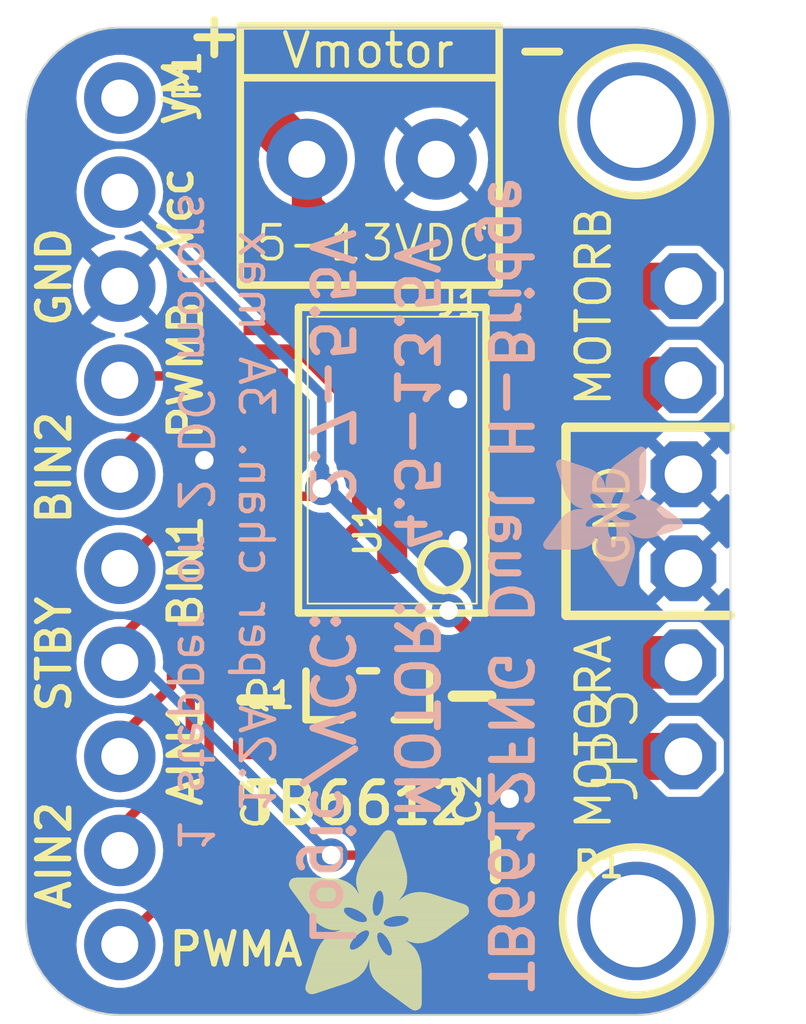
<source format=kicad_pcb>
(kicad_pcb (version 20221018) (generator pcbnew)
  (layers (0 "F.Cu" signal) (31 "B.Cu" signal) (34 "B.Paste" user) (35 "F.Paste" user) (36 "B.SilkS" user "B.Silkscreen") (37 "F.SilkS" user "F.Silkscreen") (38 "B.Mask" user) (39 "F.Mask" user) (44 "Edge.Cuts" user))
  (net 0 "")
  (net 1 "PWRIN")
  (net 2 "VMOTOR")
  (net 3 "VCC")
  (net 4 "AIN1")
  (net 5 "AIN2")
  (net 6 "PWMA")
  (net 7 "STBY")
  (net 8 "BIN1")
  (net 9 "BIN2")
  (net 10 "PWMB")
  (net 11 "MA1")
  (net 12 "MA2")
  (net 13 "MB1")
  (net 14 "MB2")
  (net 15 "GND")
  (footprint "working:FIDUCIAL_1MM" (layer "F.Cu") (at 144.9261 114.7436)
    (fp_text reference "FID1" hide)
    (fp_text value "FIDUCIAL\"\"" hide)
    (pad "1" smd roundrect (at 0 0) (size 1 1) (layers "F.Cu" "F.Mask") (roundrect_rratio 0.5))
  )
  (footprint "working:MOUNTINGHOLE_2.5_PLATED" (layer "F.Cu") (at 155.4861 115.7986)
    (fp_text reference "U$14" hide)
    (fp_text value "MOUNTINGHOLE2.5" hide)
    (pad "P$1" thru_hole circle (at 0 0) (size 3.2 3.2) (drill 2.5) (layers "*.Cu" "*.Mask"))
    (zone (net 0) (net_name "") (layer "B.Cu") (connect_pads (clearance 0)) (min_thickness 0.25)
      (keepout (tracks not_allowed) (vias not_allowed) (pads not_allowed) (copperpour not_allowed) (footprints allowed))
      (fill (thermal_gap 0.5) (thermal_bridge_width 0.5))
      (polygon (pts (xy 157.5021 115.7986) (xy 157.48248 115.518027) (xy 157.424004 115.242915) (xy 157.327808 114.978619) (xy 157.195765 114.730283) (xy 157.030446 114.50274) (xy 156.835067 114.30042) (xy 156.613433 114.12726) (xy 156.369856 113.986631) (xy 156.109078 113.88127) (xy 155.836175 113.813228) (xy 155.556457 113.783828) (xy 155.275371 113.793644) (xy 154.998385 113.842484) (xy 154.730893 113.929397) (xy 154.4781 114.052693) (xy 154.244926 114.20997) (xy 154.035911 114.398169) (xy 153.855122 114.613625) (xy 153.706078 114.852145) (xy 153.59168 115.109087) (xy 153.514154 115.37945) (xy 153.475011 115.657971) (xy 153.475011 115.939229) (xy 153.514154 116.21775) (xy 153.59168 116.488113) (xy 153.706078 116.745055) (xy 153.855122 116.983575) (xy 154.035911 117.199031) (xy 154.244926 117.38723) (xy 154.4781 117.544507) (xy 154.730893 117.667803) (xy 154.998385 117.754716) (xy 155.275371 117.803556) (xy 155.556457 117.813372) (xy 155.836175 117.783972) (xy 156.109078 117.71593) (xy 156.369856 117.610569) (xy 156.613433 117.46994) (xy 156.835067 117.29678) (xy 157.030446 117.09446) (xy 157.195765 116.866917) (xy 157.327808 116.618581) (xy 157.424004 116.354285) (xy 157.48248 116.079173)))
      (polygon (pts (xy 155.4701 115.7986) (xy 155.474786 115.809914) (xy 155.4861 115.8146) (xy 155.497414 115.809914) (xy 155.5021 115.7986) (xy 155.497414 115.787286) (xy 155.4861 115.7826) (xy 155.474786 115.787286)))
    )
  )
  (footprint "working:0805-NO" (layer "F.Cu") (at 151.0411 109.7266 -90)
    (fp_text reference "C2" (at 2.032 0.127 90) (layer "F.SilkS") (effects (font (size 0.692831 0.692831) (thickness 0.119969)) (justify right)))
    (fp_text value "10µF")
    (pad "1" smd rect (at -0.95 0 270) (size 1.3 1.5) (layers "F.Cu" "F.Paste" "F.Mask") (net 3 "VCC"))
    (pad "2" smd rect (at 0.95 0 270) (size 1.3 1.5) (layers "F.Cu" "F.Paste" "F.Mask") (net 15 "GND"))
  )
  (footprint "working:1X10_ROUND_76" (layer "F.Cu") (at 141.5161 105.0036 -90)
    (fp_text reference "JP1" (at -12.7762 -1.8288 90) (layer "F.SilkS") (effects (font (size 0.692831 0.692831) (thickness 0.119969)) (justify right)))
    (fp_text value "")
    (pad "1" thru_hole circle (at -11.43 0) (size 1.9304 1.9304) (drill 1) (layers "*.Cu" "*.Mask") (net 1 "PWRIN"))
    (pad "2" thru_hole circle (at -8.89 0) (size 1.9304 1.9304) (drill 1) (layers "*.Cu" "*.Mask") (net 3 "VCC"))
    (pad "3" thru_hole circle (at -6.35 0) (size 1.9304 1.9304) (drill 1) (layers "*.Cu" "*.Mask") (net 15 "GND"))
    (pad "4" thru_hole circle (at -3.81 0) (size 1.9304 1.9304) (drill 1) (layers "*.Cu" "*.Mask") (net 10 "PWMB"))
    (pad "5" thru_hole circle (at -1.27 0) (size 1.9304 1.9304) (drill 1) (layers "*.Cu" "*.Mask") (net 9 "BIN2"))
    (pad "6" thru_hole circle (at 1.27 0) (size 1.9304 1.9304) (drill 1) (layers "*.Cu" "*.Mask") (net 8 "BIN1"))
    (pad "7" thru_hole circle (at 3.81 0) (size 1.9304 1.9304) (drill 1) (layers "*.Cu" "*.Mask") (net 7 "STBY"))
    (pad "8" thru_hole circle (at 6.35 0) (size 1.9304 1.9304) (drill 1) (layers "*.Cu" "*.Mask") (net 4 "AIN1"))
    (pad "9" thru_hole circle (at 8.89 0) (size 1.9304 1.9304) (drill 1) (layers "*.Cu" "*.Mask") (net 5 "AIN2"))
    (pad "10" thru_hole circle (at 11.43 0) (size 1.9304 1.9304) (drill 1) (layers "*.Cu" "*.Mask") (net 6 "PWMA"))
  )
  (footprint "working:TERMBLOCK_1X2-3.5MM" (layer "F.Cu") (at 148.3741 95.2246 180)
    (fp_text reference "J1" (at -3 -3.89) (layer "F.SilkS") (effects (font (size 0.692831 0.692831) (thickness 0.119969)) (justify right)))
    (fp_text value "VMOTORIN")
    (pad "1" thru_hole circle (at 1.8 0 180) (size 2.1844 2.1844) (drill 1) (layers "*.Cu" "*.Mask") (net 1 "PWRIN"))
    (pad "2" thru_hole circle (at -1.7 0 180) (size 2.1844 2.1844) (drill 1) (layers "*.Cu" "*.Mask") (net 15 "GND"))
  )
  (footprint "working:SOT23-WIDE" (layer "F.Cu") (at 148.2231 109.7026 180)
    (fp_text reference "Q1" (at 1.905 0) (layer "F.SilkS") (effects (font (size 0.692831 0.692831) (thickness 0.119969)) (justify right)))
    (fp_text value "DMG3415")
    (pad "1" smd rect (at -0.95 1 180) (size 1 1.2) (layers "F.Cu" "F.Paste" "F.Mask") (net 15 "GND"))
    (pad "2" smd rect (at 0.95 1 180) (size 1 1.2) (layers "F.Cu" "F.Paste" "F.Mask") (net 2 "VMOTOR"))
    (pad "3" smd rect (at 0 -1 180) (size 1 1.2) (layers "F.Cu" "F.Paste" "F.Mask") (net 1 "PWRIN"))
  )
  (footprint "working:SSOP24" (layer "F.Cu") (at 148.8821 103.3526 90)
    (fp_text reference "U1" (at -2.667 -0.6604 90) (layer "F.SilkS") (effects (font (size 0.692831 0.692831) (thickness 0.119969)) (justify left)))
    (fp_text value "TB6612 SSOP")
    (pad "1" smd rect (at -3.575 3.42 90) (size 0.4 1.2) (layers "F.Cu" "F.Paste" "F.Mask") (net 11 "MA1"))
    (pad "2" smd rect (at -2.925 3.42 90) (size 0.4 1.2) (layers "F.Cu" "F.Paste" "F.Mask") (net 11 "MA1"))
    (pad "3" smd rect (at -2.275 3.42 90) (size 0.4 1.2) (layers "F.Cu" "F.Paste" "F.Mask") (net 15 "GND"))
    (pad "4" smd rect (at -1.625 3.42 90) (size 0.4 1.2) (layers "F.Cu" "F.Paste" "F.Mask") (net 15 "GND"))
    (pad "5" smd rect (at -0.975 3.42 90) (size 0.4 1.2) (layers "F.Cu" "F.Paste" "F.Mask") (net 12 "MA2"))
    (pad "6" smd rect (at -0.325 3.42 90) (size 0.4 1.2) (layers "F.Cu" "F.Paste" "F.Mask") (net 12 "MA2"))
    (pad "7" smd rect (at 0.325 3.42 90) (size 0.4 1.2) (layers "F.Cu" "F.Paste" "F.Mask") (net 14 "MB2"))
    (pad "8" smd rect (at 0.975 3.42 90) (size 0.4 1.2) (layers "F.Cu" "F.Paste" "F.Mask") (net 14 "MB2"))
    (pad "9" smd rect (at 1.625 3.42 90) (size 0.4 1.2) (layers "F.Cu" "F.Paste" "F.Mask") (net 15 "GND"))
    (pad "10" smd rect (at 2.275 3.42 90) (size 0.4 1.2) (layers "F.Cu" "F.Paste" "F.Mask") (net 15 "GND"))
    (pad "11" smd rect (at 2.925 3.42 90) (size 0.4 1.2) (layers "F.Cu" "F.Paste" "F.Mask") (net 13 "MB1"))
    (pad "12" smd rect (at 3.575 3.42 90) (size 0.4 1.2) (layers "F.Cu" "F.Paste" "F.Mask") (net 13 "MB1"))
    (pad "13" smd rect (at 3.575 -3.42 90) (size 0.4 1.2) (layers "F.Cu" "F.Paste" "F.Mask") (net 2 "VMOTOR"))
    (pad "14" smd rect (at 2.925 -3.42 90) (size 0.4 1.2) (layers "F.Cu" "F.Paste" "F.Mask") (net 2 "VMOTOR"))
    (pad "15" smd rect (at 2.275 -3.42 90) (size 0.4 1.2) (layers "F.Cu" "F.Paste" "F.Mask") (net 10 "PWMB"))
    (pad "16" smd rect (at 1.625 -3.42 90) (size 0.4 1.2) (layers "F.Cu" "F.Paste" "F.Mask") (net 9 "BIN2"))
    (pad "17" smd rect (at 0.975 -3.42 90) (size 0.4 1.2) (layers "F.Cu" "F.Paste" "F.Mask") (net 8 "BIN1"))
    (pad "18" smd rect (at 0.325 -3.42 90) (size 0.4 1.2) (layers "F.Cu" "F.Paste" "F.Mask") (net 15 "GND"))
    (pad "19" smd rect (at -0.325 -3.42 90) (size 0.4 1.2) (layers "F.Cu" "F.Paste" "F.Mask") (net 7 "STBY"))
    (pad "20" smd rect (at -0.975 -3.42 90) (size 0.4 1.2) (layers "F.Cu" "F.Paste" "F.Mask") (net 3 "VCC"))
    (pad "21" smd rect (at -1.625 -3.42 90) (size 0.4 1.2) (layers "F.Cu" "F.Paste" "F.Mask") (net 4 "AIN1"))
    (pad "22" smd rect (at -2.275 -3.42 90) (size 0.4 1.2) (layers "F.Cu" "F.Paste" "F.Mask") (net 5 "AIN2"))
    (pad "23" smd rect (at -2.925 -3.42 90) (size 0.4 1.2) (layers "F.Cu" "F.Paste" "F.Mask") (net 6 "PWMA"))
    (pad "24" smd rect (at -3.575 -3.42 90) (size 0.4 1.2) (layers "F.Cu" "F.Paste" "F.Mask") (net 2 "VMOTOR"))
  )
  (footprint "working:MOUNTINGHOLE_2.5_PLATED" (layer "F.Cu") (at 155.4861 94.2086)
    (fp_text reference "U$13" hide)
    (fp_text value "MOUNTINGHOLE2.5" hide)
    (pad "P$1" thru_hole circle (at 0 0) (size 3.2 3.2) (drill 2.5) (layers "*.Cu" "*.Mask"))
    (zone (net 0) (net_name "") (layer "B.Cu") (connect_pads (clearance 0)) (min_thickness 0.25)
      (keepout (tracks not_allowed) (vias not_allowed) (pads not_allowed) (copperpour not_allowed) (footprints allowed))
      (fill (thermal_gap 0.5) (thermal_bridge_width 0.5))
      (polygon (pts (xy 157.5021 94.2086) (xy 157.48248 93.928027) (xy 157.424004 93.652915) (xy 157.327808 93.388619) (xy 157.195765 93.140283) (xy 157.030446 92.91274) (xy 156.835067 92.71042) (xy 156.613433 92.53726) (xy 156.369856 92.396631) (xy 156.109078 92.29127) (xy 155.836175 92.223228) (xy 155.556457 92.193828) (xy 155.275371 92.203644) (xy 154.998385 92.252484) (xy 154.730893 92.339397) (xy 154.4781 92.462693) (xy 154.244926 92.61997) (xy 154.035911 92.808169) (xy 153.855122 93.023625) (xy 153.706078 93.262145) (xy 153.59168 93.519087) (xy 153.514154 93.78945) (xy 153.475011 94.067971) (xy 153.475011 94.349229) (xy 153.514154 94.62775) (xy 153.59168 94.898113) (xy 153.706078 95.155055) (xy 153.855122 95.393575) (xy 154.035911 95.609031) (xy 154.244926 95.79723) (xy 154.4781 95.954507) (xy 154.730893 96.077803) (xy 154.998385 96.164716) (xy 155.275371 96.213556) (xy 155.556457 96.223372) (xy 155.836175 96.193972) (xy 156.109078 96.12593) (xy 156.369856 96.020569) (xy 156.613433 95.87994) (xy 156.835067 95.70678) (xy 157.030446 95.50446) (xy 157.195765 95.276917) (xy 157.327808 95.028581) (xy 157.424004 94.764285) (xy 157.48248 94.489173)))
      (polygon (pts (xy 155.4701 94.2086) (xy 155.474786 94.219914) (xy 155.4861 94.2246) (xy 155.497414 94.219914) (xy 155.5021 94.2086) (xy 155.497414 94.197286) (xy 155.4861 94.1926) (xy 155.474786 94.197286)))
    )
  )
  (footprint "working:ADAFRUIT_5MM" (layer "F.Cu") (at 146.0881 118.2116)
    (fp_text reference "U$15" hide)
    (fp_text value "" hide)
  )
  (footprint "working:0805-NO" (layer "F.Cu") (at 151.6761 114.1476)
    (fp_text reference "R1" (at 2.032 0.127) (layer "F.SilkS") (effects (font (size 0.692831 0.692831) (thickness 0.119969)) (justify left)))
    (fp_text value "10K")
    (pad "1" smd rect (at -0.95 0) (size 1.3 1.5) (layers "F.Cu" "F.Paste" "F.Mask") (net 7 "STBY"))
    (pad "2" smd rect (at 0.95 0) (size 1.3 1.5) (layers "F.Cu" "F.Paste" "F.Mask") (net 3 "VCC"))
  )
  (footprint "working:1X06-CLEANBIG" (layer "F.Cu") (at 156.7561 105.0036 90)
    (fp_text reference "JP3" (at -7.6962 -1.8288 90) (layer "F.SilkS") (effects (font (size 1.1557 1.1557) (thickness 0.1143)) (justify left)))
    (fp_text value "")
    (pad "1" thru_hole roundrect (at -6.35 0 180) (size 1.778 1.778) (drill 1.016) (layers "*.Cu" "*.Mask") (chamfer_ratio 0.2928932188) (chamfer top_left top_right bottom_left bottom_right) (net 11 "MA1"))
    (pad "2" thru_hole roundrect (at -3.81 0 180) (size 1.778 1.778) (drill 1.016) (layers "*.Cu" "*.Mask") (chamfer_ratio 0.2928932188) (chamfer top_left top_right bottom_left bottom_right) (net 12 "MA2"))
    (pad "3" thru_hole roundrect (at -1.27 0 180) (size 1.778 1.778) (drill 1.016) (layers "*.Cu" "*.Mask") (chamfer_ratio 0.2928932188) (chamfer top_left top_right bottom_left bottom_right) (net 15 "GND"))
    (pad "4" thru_hole roundrect (at 1.27 0 180) (size 1.778 1.778) (drill 1.016) (layers "*.Cu" "*.Mask") (chamfer_ratio 0.2928932188) (chamfer top_left top_right bottom_left bottom_right) (net 15 "GND"))
    (pad "5" thru_hole roundrect (at 3.81 0 180) (size 1.778 1.778) (drill 1.016) (layers "*.Cu" "*.Mask") (chamfer_ratio 0.2928932188) (chamfer top_left top_right bottom_left bottom_right) (net 14 "MB2"))
    (pad "6" thru_hole roundrect (at 6.35 0 180) (size 1.778 1.778) (drill 1.016) (layers "*.Cu" "*.Mask") (chamfer_ratio 0.2928932188) (chamfer top_left top_right bottom_left bottom_right) (net 13 "MB1"))
  )
  (footprint "working:FIDUCIAL_1MM" (layer "F.Cu") (at 152.9571 96.1646)
    (fp_text reference "FID2" hide)
    (fp_text value "FIDUCIAL\"\"" hide)
    (pad "1" smd roundrect (at 0 0) (size 1 1) (layers "F.Cu" "F.Mask") (roundrect_rratio 0.5))
  )
  (footprint "working:0805-NO" (layer "F.Cu") (at 145.3261 109.8296 -90)
    (fp_text reference "C3" (at 2.032 0.127 90) (layer "F.SilkS") (effects (font (size 0.692831 0.692831) (thickness 0.119969)) (justify right)))
    (fp_text value "10µF")
    (pad "1" smd rect (at -0.95 0 270) (size 1.3 1.5) (layers "F.Cu" "F.Paste" "F.Mask") (net 2 "VMOTOR"))
    (pad "2" smd rect (at 0.95 0 270) (size 1.3 1.5) (layers "F.Cu" "F.Paste" "F.Mask") (net 15 "GND"))
  )
  (footprint "working:ADAFRUIT_3.5MM" (layer "B.Cu") (at 152.9461 102.9716)
    (fp_text reference "U$11" hide)
    (fp_text value "" hide)
  )
  (gr_line (start 158.0261 102.4636) (end 153.5811 102.4636) (stroke (width 0.254)) (layer "F.SilkS"))
  (gr_line (start 153.5811 107.5436) (end 158.0261 107.5436) (stroke (width 0.254)) (layer "F.SilkS"))
  (gr_line (start 153.5811 102.4636) (end 153.5811 107.5436) (stroke (width 0.254)) (layer "F.SilkS"))
  (gr_line (start 155.4861 118.3386) (end 141.5161 118.3386) (stroke (width 0.05)) (layer "Edge.Cuts"))
  (gr_line (start 158.0261 94.2086) (end 158.0261 115.7986) (stroke (width 0.05)) (layer "Edge.Cuts"))
  (gr_arc (start 138.9761 94.2086) (mid 139.720049 92.412549) (end 141.5161 91.6686) (stroke (width 0.05)) (layer "Edge.Cuts"))
  (gr_arc (start 141.5161 118.3386) (mid 139.720049 117.594651) (end 138.9761 115.7986) (stroke (width 0.05)) (layer "Edge.Cuts"))
  (gr_line (start 141.5161 91.6686) (end 155.4861 91.6686) (stroke (width 0.05)) (layer "Edge.Cuts"))
  (gr_arc (start 158.0261 115.7986) (mid 157.282151 117.594651) (end 155.4861 118.3386) (stroke (width 0.05)) (layer "Edge.Cuts"))
  (gr_arc (start 155.4861 91.6686) (mid 157.282151 92.412549) (end 158.0261 94.2086) (stroke (width 0.05)) (layer "Edge.Cuts"))
  (gr_line (start 138.9761 115.7986) (end 138.9761 94.2086) (stroke (width 0.05)) (layer "Edge.Cuts"))
  (gr_text "1 stepper or 2 DC motors" (at 143.5481 105.0036 -90) (layer "B.SilkS") (effects (font (size 0.89408 0.89408) (thickness 0.12192)) (justify mirror)))
  (gr_text "MOTOR:" (at 148.8821 113.1416 -90) (layer "B.SilkS") (effects (font (size 1.0795 1.0795) (thickness 0.1905)) (justify left bottom mirror)))
  (gr_text "1.2A per chan. 3A max" (at 145.1991 105.0036 -90) (layer "B.SilkS") (effects (font (size 0.89408 0.89408) (thickness 0.12192)) (justify mirror)))
  (gr_text "2.7-5.5V" (at 146.5961 104.6606 -90) (layer "B.SilkS") (effects (font (size 1.0795 1.0795) (thickness 0.1905)) (justify left bottom mirror)))
  (gr_text "TB6612FNG Dual H-Bridge" (at 151.4221 117.8306 -90) (layer "B.SilkS") (effects (font (size 1.0795 1.0795) (thickness 0.1905)) (justify left bottom mirror)))
  (gr_text "Logic/VCC:" (at 146.5961 116.5706 -90) (layer "B.SilkS") (effects (font (size 1.0795 1.0795) (thickness 0.1905)) (justify left bottom mirror)))
  (gr_text "4.5-13.5V" (at 148.8821 105.9306 -90) (layer "B.SilkS") (effects (font (size 1.0795 1.0795) (thickness 0.1905)) (justify left bottom mirror)))
  (gr_text "5-13VDC" (at 145.1261 98.0266) (layer "F.SilkS") (effects (font (size 0.9144 0.9144) (thickness 0.1016)) (justify left bottom)))
  (gr_text "Vmotor" (at 145.8261 92.8116) (layer "F.SilkS") (effects (font (size 0.89408 0.89408) (thickness 0.12192)) (justify left bottom)))
  (gr_text "GND" (at 140.2461 99.8206 90) (layer "F.SilkS") (effects (font (size 0.8636 0.8636) (thickness 0.1524)) (justify left bottom)))
  (gr_text "-" (at 152.0491 92.9386) (layer "F.SilkS") (effects (font (size 1.20904 1.20904) (thickness 0.21336)) (justify left bottom)))
  (gr_text "BIN1" (at 143.8021 107.9486 90) (layer "F.SilkS") (effects (font (size 0.8636 0.8636) (thickness 0.1524)) (justify left bottom)))
  (gr_text "AIN1" (at 143.8021 112.7746 90) (layer "F.SilkS") (effects (font (size 0.8636 0.8636) (thickness 0.1524)) (justify left bottom)))
  (gr_text "Vcc" (at 143.5481 97.7886 90) (layer "F.SilkS") (effects (font (size 0.8636 0.8636) (thickness 0.1524)) (justify left bottom)))
  (gr_text "TB6612" (at 144.8181 113.2586) (layer "F.SilkS") (effects (font (size 1.0795 1.0795) (thickness 0.1905)) (justify left bottom)))
  (gr_text "AIN2" (at 140.2461 115.5686 90) (layer "F.SilkS") (effects (font (size 0.8636 0.8636) (thickness 0.1524)) (justify left bottom)))
  (gr_text "MOTORB" (at 154.8511 101.9636 90) (layer "F.SilkS") (effects (font (size 0.89408 0.89408) (thickness 0.12192)) (justify left bottom)))
  (gr_text "PWMB" (at 143.8021 102.8686 90) (layer "F.SilkS") (effects (font (size 0.8636 0.8636) (thickness 0.1524)) (justify left bottom)))
  (gr_text "MOTORA" (at 154.8511 113.3936 90) (layer "F.SilkS") (effects (font (size 0.89408 0.89408) (thickness 0.12192)) (justify left bottom)))
  (gr_text "GND" (at 155.3591 106.2816 90) (layer "F.SilkS") (effects (font (size 0.89408 0.89408) (thickness 0.12192)) (justify left bottom)))
  (gr_text "VM" (at 143.6751 94.3596 90) (layer "F.SilkS") (effects (font (size 0.8636 0.8636) (thickness 0.1524)) (justify left bottom)))
  (gr_text "STBY" (at 140.2461 110.2346 90) (layer "F.SilkS") (effects (font (size 0.8636 0.8636) (thickness 0.1524)) (justify left bottom)))
  (gr_text "BIN2" (at 140.2461 105.1546 90) (layer "F.SilkS") (effects (font (size 0.8636 0.8636) (thickness 0.1524)) (justify left bottom)))
  (gr_text "PWMA" (at 142.7701 117.0686) (layer "F.SilkS") (effects (font (size 0.8636 0.8636) (thickness 0.1524)) (justify left bottom)))
  (gr_text "+" (at 144.6911 92.8196 90) (layer "F.SilkS") (effects (font (size 1.20904 1.20904) (thickness 0.21336)) (justify left bottom)))
  (segment (start 148.8821 98.7806) (end 146.5741 96.4726) (width 0.8128) (layer "F.Cu") (net 1))
  (segment (start 148.2231 106.6786) (end 148.2231 110.7026) (width 0.4064) (layer "F.Cu") (net 1))
  (segment (start 144.9231 93.5736) (end 146.5741 95.2246) (width 1.27) (layer "F.Cu") (net 1))
  (segment (start 148.8821 106.0196) (end 148.2231 106.6786) (width 0.4064) (layer "F.Cu") (net 1))
  (segment (start 148.8821 106.0196) (end 148.8821 98.7806) (width 0.8128) (layer "F.Cu") (net 1))
  (segment (start 146.5741 96.4726) (end 146.5741 95.2246) (width 0.8128) (layer "F.Cu") (net 1))
  (segment (start 145.4621 106.9276) (end 146.1961 106.9276) (width 0.4064) (layer "F.Cu") (net 2))
  (segment (start 145.3261 108.8796) (end 145.5031 108.7026) (width 0.4064) (layer "F.Cu") (net 2))
  (segment (start 147.9931 101.9556) (end 146.4691 100.4316) (width 0.4064) (layer "F.Cu") (net 2))
  (segment (start 145.2081 100.4316) (end 145.4621 100.4276) (width 0.4064) (layer "F.Cu") (net 2))
  (segment (start 146.1961 106.9276) (end 147.9931 105.1306) (width 0.4064) (layer "F.Cu") (net 2))
  (segment (start 145.4621 99.7776) (end 146.4691 99.7776) (width 0.4064) (layer "F.Cu") (net 2))
  (segment (start 145.4621 106.9276) (end 145.3261 107.0636) (width 0.4064) (layer "F.Cu") (net 2))
  (segment (start 146.4691 100.4316) (end 145.2081 100.4316) (width 0.4064) (layer "F.Cu") (net 2))
  (segment (start 146.4691 99.7776) (end 146.4691 100.4316) (width 0.4064) (layer "F.Cu") (net 2))
  (segment (start 145.5031 108.7026) (end 147.2731 108.7026) (width 0.4064) (layer "F.Cu") (net 2))
  (segment (start 145.3261 107.0636) (end 145.3261 108.8796) (width 0.4064) (layer "F.Cu") (net 2))
  (segment (start 147.9931 105.1306) (end 147.9931 101.9556) (width 0.4064) (layer "F.Cu") (net 2))
  (segment (start 151.0411 108.7766) (end 151.0411 108.0516) (width 0.4064) (layer "F.Cu") (net 3))
  (segment (start 151.3851 108.7766) (end 152.5651 109.9566) (width 0.254) (layer "F.Cu") (net 3))
  (segment (start 151.0411 108.7766) (end 151.3851 108.7766) (width 0.254) (layer "F.Cu") (net 3))
  (segment (start 151.0411 108.0516) (end 150.4061 107.4166) (width 0.4064) (layer "F.Cu") (net 3))
  (segment (start 153.2001 113.5736) (end 152.6261 114.1476) (width 0.254) (layer "F.Cu") (net 3))
  (segment (start 146.9771 104.1146) (end 146.7641 104.3276) (width 0.254) (layer "F.Cu") (net 3))
  (segment (start 152.5651 109.9566) (end 152.5651 111.2266) (width 0.254) (layer "F.Cu") (net 3))
  (segment (start 146.7641 104.3276) (end 145.4621 104.3276) (width 0.254) (layer "F.Cu") (net 3))
  (segment (start 152.5651 111.2266) (end 153.2001 111.8616) (width 0.254) (layer "F.Cu") (net 3))
  (segment (start 153.2001 111.8616) (end 153.2001 113.5736) (width 0.254) (layer "F.Cu") (net 3))
  (via (at 150.4061 107.4166) (size 0.9064) (drill 0.5) (layers "F.Cu" "B.Cu") (net 3))
  (via (at 146.9771 104.1146) (size 0.9064) (drill 0.5) (layers "F.Cu" "B.Cu") (net 3))
  (segment (start 146.9771 101.5746) (end 146.9771 103.6066) (width 0.254) (layer "B.Cu") (net 3))
  (segment (start 141.5161 96.1136) (end 146.9771 101.5746) (width 0.254) (layer "B.Cu") (net 3))
  (segment (start 146.9771 103.9876) (end 146.9771 103.6066) (width 0.4064) (layer "B.Cu") (net 3))
  (segment (start 150.4061 107.4166) (end 146.9771 103.9876) (width 0.4064) (layer "B.Cu") (net 3))
  (segment (start 146.9771 103.6066) (end 146.9771 104.1146) (width 0.254) (layer "B.Cu") (net 3))
  (segment (start 143.4211 105.8926) (end 143.4211 107.0356) (width 0.254) (layer "F.Cu") (net 4))
  (segment (start 145.4621 104.9776) (end 144.3361 104.9776) (width 0.254) (layer "F.Cu") (net 4))
  (segment (start 142.9131 109.4486) (end 141.5161 110.8456) (width 0.254) (layer "F.Cu") (net 4))
  (segment (start 142.9131 107.5436) (end 142.9131 109.4486) (width 0.254) (layer "F.Cu") (net 4))
  (segment (start 141.5161 110.8456) (end 141.5161 111.3536) (width 0.254) (layer "F.Cu") (net 4))
  (segment (start 143.4211 107.0356) (end 142.9131 107.5436) (width 0.254) (layer "F.Cu") (net 4))
  (segment (start 144.3361 104.9776) (end 143.4211 105.8926) (width 0.254) (layer "F.Cu") (net 4))
  (segment (start 143.9291 106.2736) (end 143.9291 107.2896) (width 0.254) (layer "F.Cu") (net 5))
  (segment (start 145.4621 105.6276) (end 144.5751 105.6276) (width 0.254) (layer "F.Cu") (net 5))
  (segment (start 143.9291 107.2896) (end 143.4211 107.7976) (width 0.254) (layer "F.Cu") (net 5))
  (segment (start 143.4211 107.7976) (end 143.4211 111.3536) (width 0.254) (layer "F.Cu") (net 5))
  (segment (start 144.5751 105.6276) (end 143.9291 106.2736) (width 0.254) (layer "F.Cu") (net 5))
  (segment (start 143.4211 111.3536) (end 141.5161 113.2586) (width 0.254) (layer "F.Cu") (net 5))
  (segment (start 141.5161 113.2586) (end 141.5161 113.8936) (width 0.254) (layer "F.Cu") (net 5))
  (segment (start 143.9291 114.0206) (end 141.5161 116.4336) (width 0.254) (layer "F.Cu") (net 6))
  (segment (start 145.4621 106.2776) (end 144.6871 106.2776) (width 0.254) (layer "F.Cu") (net 6))
  (segment (start 144.6871 106.2776) (end 144.4371 106.5276) (width 0.254) (layer "F.Cu") (net 6))
  (segment (start 144.4371 106.5276) (end 144.4371 107.5436) (width 0.254) (layer "F.Cu") (net 6))
  (segment (start 143.9291 108.0516) (end 143.9291 114.0206) (width 0.254) (layer "F.Cu") (net 6))
  (segment (start 144.4371 107.5436) (end 143.9291 108.0516) (width 0.254) (layer "F.Cu") (net 6))
  (segment (start 150.5991 114.0206) (end 150.7261 114.1476) (width 0.254) (layer "F.Cu") (net 7))
  (segment (start 145.4621 103.6776) (end 144.6201 103.6776) (width 0.254) (layer "F.Cu") (net 7))
  (segment (start 143.4211 104.8766) (end 143.4211 105.1306) (width 0.254) (layer "F.Cu") (net 7))
  (segment (start 143.4211 105.1306) (end 142.9131 105.6386) (width 0.254) (layer "F.Cu") (net 7))
  (segment (start 147.2311 114.0206) (end 150.5991 114.0206) (width 0.254) (layer "F.Cu") (net 7))
  (segment (start 144.6201 103.6776) (end 143.4211 104.8766) (width 0.254) (layer "F.Cu") (net 7))
  (segment (start 141.5161 108.1786) (end 141.5161 108.8136) (width 0.254) (layer "F.Cu") (net 7))
  (segment (start 142.9131 106.7816) (end 141.5161 108.1786) (width 0.254) (layer "F.Cu") (net 7))
  (segment (start 142.9131 105.6386) (end 142.9131 106.7816) (width 0.254) (layer "F.Cu") (net 7))
  (via (at 147.2311 114.0206) (size 0.9064) (drill 0.5) (layers "F.Cu" "B.Cu") (net 7))
  (segment (start 141.5161 108.8136) (end 142.0241 108.8136) (width 0.254) (layer "B.Cu") (net 7))
  (segment (start 142.0241 108.8136) (end 147.2311 114.0206) (width 0.254) (layer "B.Cu") (net 7))
  (segment (start 145.4621 102.3776) (end 143.1261 102.3776) (width 0.254) (layer "F.Cu") (net 8))
  (segment (start 142.9131 104.8766) (end 141.5161 106.2736) (width 0.254) (layer "F.Cu") (net 8))
  (segment (start 143.1261 102.3776) (end 142.9131 102.5906) (width 0.254) (layer "F.Cu") (net 8))
  (segment (start 142.9131 102.5906) (end 142.9131 104.8766) (width 0.254) (layer "F.Cu") (net 8))
  (segment (start 141.5161 103.0986) (end 141.5161 103.7336) (width 0.254) (layer "F.Cu") (net 9))
  (segment (start 142.8871 101.7276) (end 141.5161 103.0986) (width 0.254) (layer "F.Cu") (net 9))
  (segment (start 145.4621 101.7276) (end 142.8871 101.7276) (width 0.254) (layer "F.Cu") (net 9))
  (segment (start 145.4621 101.0776) (end 141.6321 101.0776) (width 0.254) (layer "F.Cu") (net 10))
  (segment (start 141.6321 101.0776) (end 141.5161 101.1936) (width 0.254) (layer "F.Cu") (net 10))
  (segment (start 155.3591 111.3536) (end 156.7561 111.3536) (width 1.27) (layer "F.Cu") (net 11))
  (segment (start 152.9461 106.9276) (end 152.9461 106.2736) (width 0.4064) (layer "F.Cu") (net 11))
  (segment (start 152.9461 106.2736) (end 152.0481 106.2736) (width 0.4064) (layer "F.Cu") (net 11))
  (segment (start 152.9461 106.9276) (end 152.8191 106.9276) (width 0.254) (layer "F.Cu") (net 11))
  (segment (start 152.3021 106.9276) (end 152.8191 106.9276) (width 0.254) (layer "F.Cu") (net 11))
  (segment (start 152.8191 108.8136) (end 153.5811 109.5756) (width 0.8128) (layer "F.Cu") (net 11))
  (segment (start 153.5811 109.5756) (end 155.3591 111.3536) (width 1.27) (layer "F.Cu") (net 11))
  (segment (start 152.8191 106.9276) (end 152.8191 107.118519) (width 0.254) (layer "F.Cu") (net 11))
  (segment (start 152.8191 107.118519) (end 152.8191 108.8136) (width 0.8128) (layer "F.Cu") (net 11))
  (segment (start 152.0481 106.2736) (end 152.3021 106.2776) (width 0.4064) (layer "F.Cu") (net 11))
  (segment (start 154.3431 104.7496) (end 154.3431 107.6706) (width 1.4224) (layer "F.Cu") (net 12))
  (segment (start 154.3431 107.6706) (end 155.4861 108.8136) (width 1.4224) (layer "F.Cu") (net 12))
  (segment (start 153.3271 103.9876) (end 152.9461 103.6776) (width 0.4064) (layer "F.Cu") (net 12))
  (segment (start 152.3021 104.3276) (end 152.9461 104.3276) (width 0.4064) (layer "F.Cu") (net 12))
  (segment (start 154.0891 104.4956) (end 154.3431 104.7496) (width 1.4224) (layer "F.Cu") (net 12))
  (segment (start 153.5811 103.9876) (end 154.0891 104.4956) (width 0.8128) (layer "F.Cu") (net 12))
  (segment (start 153.3271 103.9876) (end 153.5811 103.9876) (width 0.8128) (layer "F.Cu") (net 12))
  (segment (start 152.9461 103.6776) (end 152.3021 103.6776) (width 0.4064) (layer "F.Cu") (net 12))
  (segment (start 152.9461 104.3276) (end 153.3271 103.9876) (width 0.4064) (layer "F.Cu") (net 12))
  (segment (start 155.4861 108.8136) (end 156.7561 108.8136) (width 1.4224) (layer "F.Cu") (net 12))
  (segment (start 152.9461 99.7776) (end 153.2001 99.6696) (width 0.4064) (layer "F.Cu") (net 13))
  (segment (start 153.2001 99.6696) (end 153.7081 99.1616) (width 0.8128) (layer "F.Cu") (net 13))
  (segment (start 153.7081 99.1616) (end 154.2161 98.6536) (width 1.27) (layer "F.Cu") (net 13))
  (segment (start 154.2161 98.6536) (end 156.7561 98.6536) (width 1.27) (layer "F.Cu") (net 13))
  (segment (start 153.2001 100.4276) (end 152.3021 100.4276) (width 0.4064) (layer "F.Cu") (net 13))
  (segment (start 153.2001 99.6696) (end 153.2001 100.4276) (width 0.4064) (layer "F.Cu") (net 13))
  (segment (start 152.3021 99.7776) (end 152.9461 99.7776) (width 0.4064) (layer "F.Cu") (net 13))
  (segment (start 154.5971 102.5906) (end 153.2001 102.5906) (width 0.8128) (layer "F.Cu") (net 14))
  (segment (start 152.9461 103.0276) (end 152.3021 103.0276) (width 0.4064) (layer "F.Cu") (net 14))
  (segment (start 155.9941 101.1936) (end 154.5971 102.5906) (width 1.27) (layer "F.Cu") (net 14))
  (segment (start 153.2001 102.5906) (end 152.9461 103.0276) (width 0.4064) (layer "F.Cu") (net 14))
  (segment (start 156.7561 101.1936) (end 155.9941 101.1936) (width 1.27) (layer "F.Cu") (net 14))
  (segment (start 152.3021 102.3776) (end 152.9461 102.3776) (width 0.4064) (layer "F.Cu") (net 14))
  (segment (start 152.9461 102.3776) (end 153.2001 102.5906) (width 0.4064) (layer "F.Cu") (net 14))
  (segment (start 152.9461 101.7276) (end 152.9461 101.0666) (width 0.4064) (layer "F.Cu") (net 15))
  (segment (start 152.3021 101.7276) (end 150.3801 101.7276) (width 0.4064) (layer "F.Cu") (net 15))
  (segment (start 149.1731 108.7026) (end 149.1731 109.6126) (width 0.4064) (layer "F.Cu") (net 15))
  (segment (start 149.1731 109.6126) (end 150.2791 110.7186) (width 0.4064) (layer "F.Cu") (net 15))
  (segment (start 150.2791 110.7186) (end 150.9991 110.7186) (width 0.4064) (layer "F.Cu") (net 15))
  (segment (start 149.7711 112.2426) (end 151.0411 110.9726) (width 0.8128) (layer "F.Cu") (net 15))
  (segment (start 152.9461 105.6386) (end 152.9461 104.9776) (width 0.4064) (layer "F.Cu") (net 15))
  (segment (start 152.0481 105.6386) (end 152.9461 105.6386) (width 0.4064) (layer "F.Cu") (net 15))
  (segment (start 152.9461 101.0666) (end 152.0481 101.0666) (width 0.4064) (layer "F.Cu") (net 15))
  (segment (start 152.3021 101.7276) (end 152.9461 101.7276) (width 0.4064) (layer "F.Cu") (net 15))
  (segment (start 152.0571 112.4966) (end 151.1261 111.8196) (width 0.8128) (layer "F.Cu") (net 15))
  (segment (start 152.3021 105.6276) (end 152.0481 105.6386) (width 0.4064) (layer "F.Cu") (net 15))
  (segment (start 145.4621 103.0276) (end 144.1121 103.0276) (width 0.4064) (layer "F.Cu") (net 15))
  (segment (start 152.0481 101.0666) (end 152.3021 101.0776) (width 0.4064) (layer "F.Cu") (net 15))
  (segment (start 151.0411 110.9726) (end 151.0411 110.6766) (width 0.254) (layer "F.Cu") (net 15))
  (segment (start 150.7871 105.6386) (end 150.6601 105.5116) (width 0.4064) (layer "F.Cu") (net 15))
  (segment (start 152.0481 105.6386) (end 150.7871 105.6386) (width 0.4064) (layer "F.Cu") (net 15))
  (segment (start 150.3801 101.7276) (end 150.6601 101.7016) (width 0.4064) (layer "F.Cu") (net 15))
  (segment (start 151.1261 111.8196) (end 151.0411 110.6766) (width 0.8128) (layer "F.Cu") (net 15))
  (segment (start 152.9461 104.9776) (end 152.3021 104.9776) (width 0.4064) (layer "F.Cu") (net 15))
  (segment (start 144.1121 103.0276) (end 143.8021 103.3526) (width 0.4064) (layer "F.Cu") (net 15))
  (segment (start 145.3261 110.7796) (end 146.7891 112.2426) (width 0.8128) (layer "F.Cu") (net 15))
  (segment (start 146.7891 112.2426) (end 149.7711 112.2426) (width 0.8128) (layer "F.Cu") (net 15))
  (segment (start 151.0411 110.6766) (end 150.9991 110.7186) (width 0.254) (layer "F.Cu") (net 15))
  (via (at 143.8021 103.3526) (size 0.9064) (drill 0.5) (layers "F.Cu" "B.Cu") (net 15))
  (via (at 150.6601 101.7016) (size 0.9064) (drill 0.5) (layers "F.Cu" "B.Cu") (net 15))
  (via (at 150.6601 105.5116) (size 0.9064) (drill 0.5) (layers "F.Cu" "B.Cu") (net 15))
  (via (at 152.0571 112.4966) (size 0.9064) (drill 0.5) (layers "F.Cu" "B.Cu") (net 15))
  (segment (start 152.0571 112.4966) (end 152.0571 112.3696) (width 0.4064) (layer "B.Cu") (net 15))
  (segment (start 143.8021 103.3526) (end 143.9291 103.3526) (width 0.4064) (layer "B.Cu") (net 15))
  (zone (net 15) (net_name "GND") (layer "B.Cu") (priority 6) (connect_pads (clearance 0.000001)) (min_thickness 0.127) (fill yes (thermal_gap 0.304) (thermal_bridge_width 0.304))
    (polygon (pts (xy 157.957899 118.4656) (xy 138.8491 118.4656) (xy 138.8491 91.4816) (xy 158.214313 91.4816)))
  )
)
</source>
